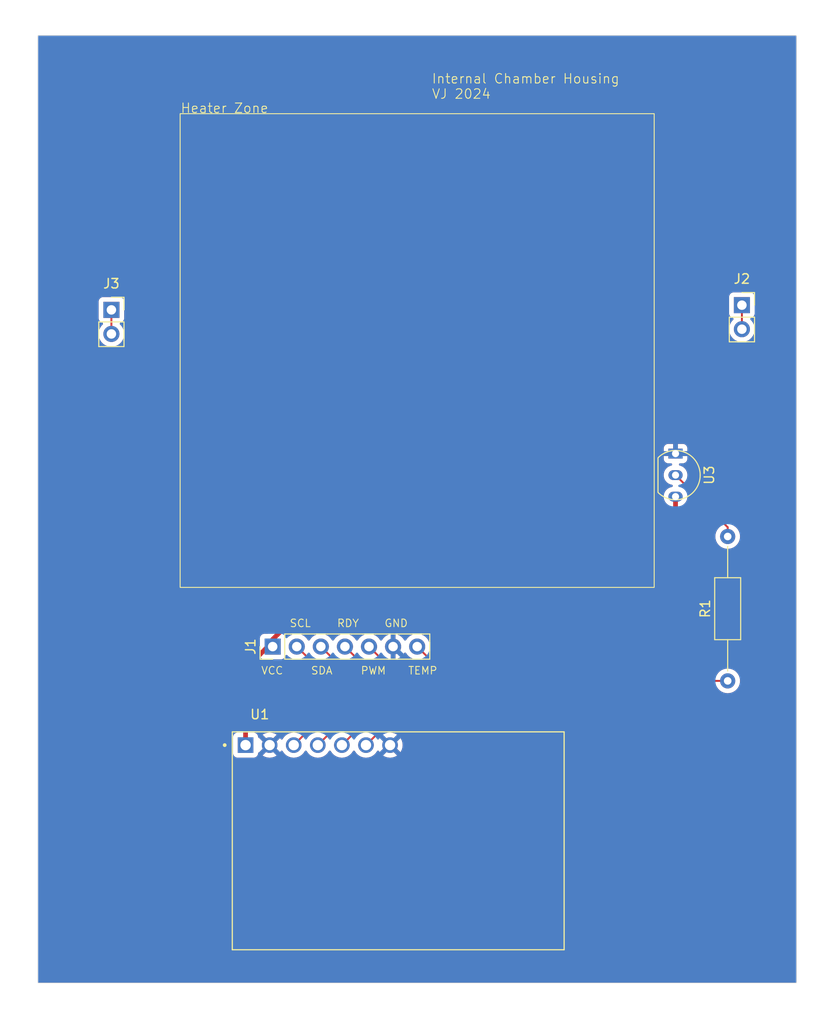
<source format=kicad_pcb>
(kicad_pcb (version 20240108) (generator "pcbnew") (generator_version "8.0")
  (layers (0 "F.Cu" signal) (31 "B.Cu" signal) (34 "B.Paste" user) (35 "F.Paste" user) (36 "B.SilkS" user "B.Silkscreen") (37 "F.SilkS" user "F.Silkscreen") (38 "B.Mask" user) (39 "F.Mask" user) (44 "Edge.Cuts" user))
  (net 0 "")
  (net 1 "/Data")
  (net 2 "/TEMP")
  (net 3 "GND")
  (net 4 "/VCC")
  (net 5 "/SCL")
  (net 6 "/SDA")
  (net 7 "/RDY")
  (net 8 "Net-(U3-DQ)")
  (net 9 "/PWM")
  (footprint "Connector_PinSocket_2.54mm:PinSocket_1x02_P2.54mm_Vertical" (layer "F.Cu") (at 146.25 68.71)
    (property "Reference" "J3" (at 0 -2.77 0) (layer "F.SilkS"))
    (property "Value" "Conn_01x02_Pin")
    (fp_line (start -1.33 1.27) (end -1.33 3.87) (stroke (width 0.12)) (layer "F.SilkS"))
    (fp_line (start -1.33 1.27) (end 1.33 1.27) (stroke (width 0.12)) (layer "F.SilkS"))
    (fp_line (start -1.33 3.87) (end 1.33 3.87) (stroke (width 0.12)) (layer "F.SilkS"))
    (fp_line (start 0 -1.33) (end 1.33 -1.33) (stroke (width 0.12)) (layer "F.SilkS"))
    (fp_line (start 1.33 -1.33) (end 1.33 0) (stroke (width 0.12)) (layer "F.SilkS"))
    (fp_line (start 1.33 1.27) (end 1.33 3.87) (stroke (width 0.12)) (layer "F.SilkS"))
    (pad "1" thru_hole rect (at 0 0) (size 1.7 1.7) (drill 1) (layers "*.Cu" "*.Mask") (net 1 "/Data"))
    (pad "2" thru_hole oval (at 0 2.54) (size 1.7 1.7) (drill 1) (layers "*.Cu" "*.Mask") (net 1 "/Data"))
  )
  (footprint "Package_TO_SOT_THT:TO-92_Inline" (layer "F.Cu") (at 205.75 84.88 -90)
    (property "Reference" "U3" (at 1.27 -3.56 90) (layer "F.SilkS"))
    (property "Value" "DS18B20")
    (fp_line (start -0.53 1.85) (end 3.07 1.85) (stroke (width 0.12)) (layer "F.SilkS"))
    (fp_arc (start -0.568478 1.838478) (mid -1.132087 -0.994977) (end 1.27 -2.6) (stroke (width 0.12)) (layer "F.SilkS"))
    (fp_arc (start 1.27 -2.6) (mid 3.672087 -0.994977) (end 3.108478 1.838478) (stroke (width 0.12)) (layer "F.SilkS"))
    (pad "1" thru_hole rect (at -1 0 270) (size 1.05 1.5) (drill 0.75) (layers "*.Cu" "*.Mask") (net 3 "GND"))
    (pad "2" thru_hole oval (at 1.27 0 270) (size 1.05 1.5) (drill 0.75) (layers "*.Cu" "*.Mask") (net 8 "Net-(U3-DQ)"))
    (pad "3" thru_hole oval (at 3.54 0 270) (size 1.05 1.5) (drill 0.75) (layers "*.Cu" "*.Mask") (net 4 "/VCC"))
  )
  (footprint "Connector_PinHeader_2.54mm:PinHeader_1x07_P2.54mm_Vertical" (layer "F.Cu") (at 163.26 104.25 90)
    (property "Reference" "J1" (at 0 -2.33 90) (layer "F.SilkS"))
    (property "Value" "Conn_01x07_Pin")
    (fp_line (start -1.33 -1.33) (end 0 -1.33) (stroke (width 0.12)) (layer "F.SilkS"))
    (fp_line (start -1.33 0) (end -1.33 -1.33) (stroke (width 0.12)) (layer "F.SilkS"))
    (fp_line (start 1.33 1.27) (end 1.33 16.57) (stroke (width 0.12)) (layer "F.SilkS"))
    (fp_line (start -1.33 1.27) (end 1.33 1.27) (stroke (width 0.12)) (layer "F.SilkS"))
    (fp_line (start -1.33 1.27) (end -1.33 16.57) (stroke (width 0.12)) (layer "F.SilkS"))
    (fp_line (start -1.33 16.57) (end 1.33 16.57) (stroke (width 0.12)) (layer "F.SilkS"))
    (pad "1" thru_hole rect (at 0 0 90) (size 1.7 1.7) (drill 1) (layers "*.Cu" "*.Mask") (net 4 "/VCC"))
    (pad "2" thru_hole oval (at 0 2.54 90) (size 1.7 1.7) (drill 1) (layers "*.Cu" "*.Mask") (net 5 "/SCL"))
    (pad "3" thru_hole oval (at 0 5.08 90) (size 1.7 1.7) (drill 1) (layers "*.Cu" "*.Mask") (net 6 "/SDA"))
    (pad "4" thru_hole oval (at 0 7.62 90) (size 1.7 1.7) (drill 1) (layers "*.Cu" "*.Mask") (net 7 "/RDY"))
    (pad "5" thru_hole oval (at 0 10.16 90) (size 1.7 1.7) (drill 1) (layers "*.Cu" "*.Mask") (net 9 "/PWM"))
    (pad "6" thru_hole oval (at 0 12.7 90) (size 1.7 1.7) (drill 1) (layers "*.Cu" "*.Mask") (net 3 "GND"))
    (pad "7" thru_hole oval (at 0 15.24 90) (size 1.7 1.7) (drill 1) (layers "*.Cu" "*.Mask") (net 2 "/TEMP"))
  )
  (footprint "Connector_PinSocket_2.54mm:PinSocket_1x02_P2.54mm_Vertical" (layer "F.Cu") (at 212.75 68.21)
    (property "Reference" "J2" (at 0 -2.77 0) (layer "F.SilkS"))
    (property "Value" "Conn_01x02_Pin")
    (fp_line (start -1.33 1.27) (end -1.33 3.87) (stroke (width 0.12)) (layer "F.SilkS"))
    (fp_line (start -1.33 1.27) (end 1.33 1.27) (stroke (width 0.12)) (layer "F.SilkS"))
    (fp_line (start -1.33 3.87) (end 1.33 3.87) (stroke (width 0.12)) (layer "F.SilkS"))
    (fp_line (start 0 -1.33) (end 1.33 -1.33) (stroke (width 0.12)) (layer "F.SilkS"))
    (fp_line (start 1.33 -1.33) (end 1.33 0) (stroke (width 0.12)) (layer "F.SilkS"))
    (fp_line (start 1.33 1.27) (end 1.33 3.87) (stroke (width 0.12)) (layer "F.SilkS"))
    (pad "1" thru_hole rect (at 0 0) (size 1.7 1.7) (drill 1) (layers "*.Cu" "*.Mask") (net 1 "/Data"))
    (pad "2" thru_hole oval (at 0 2.54) (size 1.7 1.7) (drill 1) (layers "*.Cu" "*.Mask") (net 1 "/Data"))
  )
  (footprint "Resistor_THT:R_Axial_DIN0207_L6.3mm_D2.5mm_P15.24mm_Horizontal" (layer "F.Cu") (at 211.25 107.87 90)
    (property "Reference" "R1" (at 7.62 -2.37 90) (layer "F.SilkS"))
    (property "Value" "4.7k")
    (fp_line (start 10.89 -1.37) (end 4.35 -1.37) (stroke (width 0.12)) (layer "F.SilkS"))
    (fp_line (start 4.35 -1.37) (end 4.35 1.37) (stroke (width 0.12)) (layer "F.SilkS"))
    (fp_line (start 14.2 0) (end 10.89 0) (stroke (width 0.12)) (layer "F.SilkS"))
    (fp_line (start 1.04 0) (end 4.35 0) (stroke (width 0.12)) (layer "F.SilkS"))
    (fp_line (start 10.89 1.37) (end 10.89 -1.37) (stroke (width 0.12)) (layer "F.SilkS"))
    (fp_line (start 4.35 1.37) (end 10.89 1.37) (stroke (width 0.12)) (layer "F.SilkS"))
    (pad "1" thru_hole circle (at 0 0 90) (size 1.6 1.6) (drill 0.8) (layers "*.Cu" "*.Mask") (net 2 "/TEMP"))
    (pad "2" thru_hole oval (at 15.24 0 90) (size 1.6 1.6) (drill 0.8) (layers "*.Cu" "*.Mask") (net 8 "Net-(U3-DQ)"))
  )
  (footprint "SCD30 Footprint:MODULE_SCD30" (layer "F.Cu") (at 176.5 124.75)
    (property "Reference" "U1" (at -14.605 -13.335 0) (layer "F.SilkS"))
    (property "Value" "SCD30")
    (fp_line (start -17.5 -11.5) (end 17.5 -11.5) (stroke (width 0.127)) (layer "F.SilkS"))
    (fp_line (start -17.5 11.5) (end -17.5 -11.5) (stroke (width 0.127)) (layer "F.SilkS"))
    (fp_line (start 17.5 -11.5) (end 17.5 11.5) (stroke (width 0.127)) (layer "F.SilkS"))
    (fp_line (start 17.5 11.5) (end -17.5 11.5) (stroke (width 0.127)) (layer "F.SilkS"))
    (fp_circle (center -18.3 -10.1) (end -18.2 -10.1) (stroke (width 0.2)) (fill none) (layer "F.SilkS"))
    (pad "1" thru_hole rect (at -16.1 -10.1) (size 1.65 1.65) (drill 1.1) (layers "*.Cu" "*.Mask") (net 4 "/VCC"))
    (pad "2" thru_hole circle (at -13.56 -10.1) (size 1.65 1.65) (drill 1.1) (layers "*.Cu" "*.Mask") (net 3 "GND"))
    (pad "3" thru_hole circle (at -11.02 -10.1) (size 1.65 1.65) (drill 1.1) (layers "*.Cu" "*.Mask") (net 5 "/SCL"))
    (pad "4" thru_hole circle (at -8.48 -10.1) (size 1.65 1.65) (drill 1.1) (layers "*.Cu" "*.Mask") (net 6 "/SDA"))
    (pad "5" thru_hole circle (at -5.94 -10.1) (size 1.65 1.65) (drill 1.1) (layers "*.Cu" "*.Mask") (net 7 "/RDY"))
    (pad "6" thru_hole circle (at -3.4 -10.1) (size 1.65 1.65) (drill 1.1) (layers "*.Cu" "*.Mask") (net 9 "/PWM"))
    (pad "7" thru_hole circle (at -0.86 -10.1) (size 1.65 1.65) (drill 1.1) (layers "*.Cu" "*.Mask") (net 3 "GND"))
  )
  (gr_rect (start 153.5 48) (end 203.5 98) (stroke (width 0.1)) (fill none) (layer "F.SilkS"))
  (gr_rect (start 138.5 39.75) (end 218.5 139.75) (stroke (width 0.05)) (fill none) (layer "Edge.Cuts"))
  (gr_text "GND" (at 175 102.25 0) (layer "F.SilkS") (effects (font (size 0.8 0.8) (thickness 0.1)) (justify left bottom)))
  (gr_text "SCL" (at 165 102.25 0) (layer "F.SilkS") (effects (font (size 0.8 0.8) (thickness 0.1)) (justify left bottom)))
  (gr_text "Heater Zone" (at 153.5 48 0) (layer "F.SilkS") (effects (font (size 1 1) (thickness 0.1)) (justify left bottom)))
  (gr_text "TEMP" (at 177.5 107.25 0) (layer "F.SilkS") (effects (font (size 0.8 0.8) (thickness 0.1)) (justify left bottom)))
  (gr_text "VCC" (at 162 107.25 0) (layer "F.SilkS") (effects (font (size 0.8 0.8) (thickness 0.1)) (justify left bottom)))
  (gr_text "PWM" (at 172.5 107.25 0) (layer "F.SilkS") (effects (font (size 0.8 0.8) (thickness 0.1)) (justify left bottom)))
  (gr_text "RDY" (at 170 102.25 0) (layer "F.SilkS") (effects (font (size 0.8 0.8) (thickness 0.1)) (justify left bottom)))
  (gr_text "Internal Chamber Housing\nVJ 2024" (at 180 46.5 0) (layer "F.SilkS") (effects (font (size 1 1) (thickness 0.1)) (justify left bottom)))
  (gr_text "SDA" (at 167.25 107.25 0) (layer "F.SilkS") (effects (font (size 0.8 0.8) (thickness 0.1)) (justify left bottom)))
  (segment (start 146.25 68.71) (end 146.25 71.25) (width 0.2) (layer "F.Cu") (net 1))
  (segment (start 212.75 68.21) (end 212.75 70.75) (width 0.2) (layer "F.Cu") (net 1))
  (segment (start 182.12 107.87) (end 211.25 107.87) (width 0.2) (layer "F.Cu") (net 2))
  (segment (start 178.5 104.25) (end 182.12 107.87) (width 0.2) (layer "F.Cu") (net 2))
  (segment (start 205.75 83.88) (end 210.88 83.88) (width 0.5) (layer "B.Cu") (net 3))
  (segment (start 166.79 118.5) (end 171.79 118.5) (width 0.5) (layer "B.Cu") (net 3))
  (segment (start 171.79 118.5) (end 175.64 114.65) (width 0.5) (layer "B.Cu") (net 3))
  (segment (start 178.5 110.25) (end 216.5 110.25) (width 0.5) (layer "B.Cu") (net 3))
  (segment (start 162.94 114.65) (end 166.79 118.5) (width 0.5) (layer "B.Cu") (net 3))
  (segment (start 178.5 106.79) (end 178.5 110.25) (width 0.5) (layer "B.Cu") (net 3))
  (segment (start 210.88 83.88) (end 216.75 89.75) (width 0.5) (layer "B.Cu") (net 3))
  (segment (start 175.96 104.25) (end 178.5 106.79) (width 0.5) (layer "B.Cu") (net 3))
  (segment (start 216.75 89.75) (end 216.75 110) (width 0.5) (layer "B.Cu") (net 3))
  (segment (start 178.5 110.25) (end 178.5 111.79) (width 0.5) (layer "B.Cu") (net 3))
  (segment (start 216.5 110.25) (end 216.75 110) (width 0.5) (layer "B.Cu") (net 3))
  (segment (start 178.5 111.79) (end 175.64 114.65) (width 0.5) (layer "B.Cu") (net 3))
  (segment (start 203 99.5) (end 167.25 99.5) (width 0.5) (layer "F.Cu") (net 4))
  (segment (start 205.75 96.75) (end 203 99.5) (width 0.5) (layer "F.Cu") (net 4))
  (segment (start 167.25 99.5) (end 163.26 103.49) (width 0.5) (layer "F.Cu") (net 4))
  (segment (start 162.75 104.25) (end 160.4 106.6) (width 0.5) (layer "F.Cu") (net 4))
  (segment (start 163.26 104.25) (end 162.75 104.25) (width 0.5) (layer "F.Cu") (net 4))
  (segment (start 163.26 103.49) (end 163.26 104.25) (width 0.5) (layer "F.Cu") (net 4))
  (segment (start 205.75 88.42) (end 205.75 96.75) (width 0.5) (layer "F.Cu") (net 4))
  (segment (start 160.4 106.6) (end 160.4 114.65) (width 0.5) (layer "F.Cu") (net 4))
  (segment (start 167.25 105.7) (end 167.25 112.88) (width 0.2) (layer "F.Cu") (net 5))
  (segment (start 165.8 104.25) (end 167.25 105.7) (width 0.2) (layer "F.Cu") (net 5))
  (segment (start 167.25 112.88) (end 165.48 114.65) (width 0.2) (layer "F.Cu") (net 5))
  (segment (start 170 112.67) (end 168.02 114.65) (width 0.2) (layer "F.Cu") (net 6))
  (segment (start 168.34 104.25) (end 170 105.91) (width 0.2) (layer "F.Cu") (net 6))
  (segment (start 170 105.91) (end 170 112.67) (width 0.2) (layer "F.Cu") (net 6))
  (segment (start 172.5 105.87) (end 172.5 112.71) (width 0.2) (layer "F.Cu") (net 7))
  (segment (start 172.5 112.71) (end 170.56 114.65) (width 0.2) (layer "F.Cu") (net 7))
  (segment (start 170.88 104.25) (end 172.5 105.87) (width 0.2) (layer "F.Cu") (net 7))
  (segment (start 211.25 91.65) (end 211.25 92.63) (width 0.2) (layer "F.Cu") (net 8))
  (segment (start 205.75 86.15) (end 211.25 91.65) (width 0.2) (layer "F.Cu") (net 8))
  (segment (start 173.42 104.25) (end 175 105.83) (width 0.2) (layer "F.Cu") (net 9))
  (segment (start 175 112.75) (end 173.1 114.65) (width 0.2) (layer "F.Cu") (net 9))
  (segment (start 175 105.83) (end 175 112.75) (width 0.2) (layer "F.Cu") (net 9))
  (zone (net 3) (net_name "GND") (layers "F&B.Cu") (connect_pads (clearance 0.5)) (min_thickness 0.25) (fill yes (thermal_gap 0.5) (thermal_bridge_width 0.5))
    (polygon (pts (xy 135.25 37) (xy 220 36) (xy 221 144) (xy 134.5 144)))
  )
)
</source>
